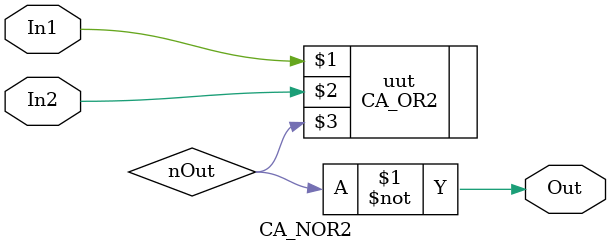
<source format=v>
`timescale 1ns / 1ps
module CA_NOR2(In1,In2,Out
    );
	input In1,In2;
	output Out;
	wire Out;
	
	wire nOut;
	
	assign Out=~nOut;
	
	CA_OR2 uut(In1,In2,nOut);
endmodule

</source>
